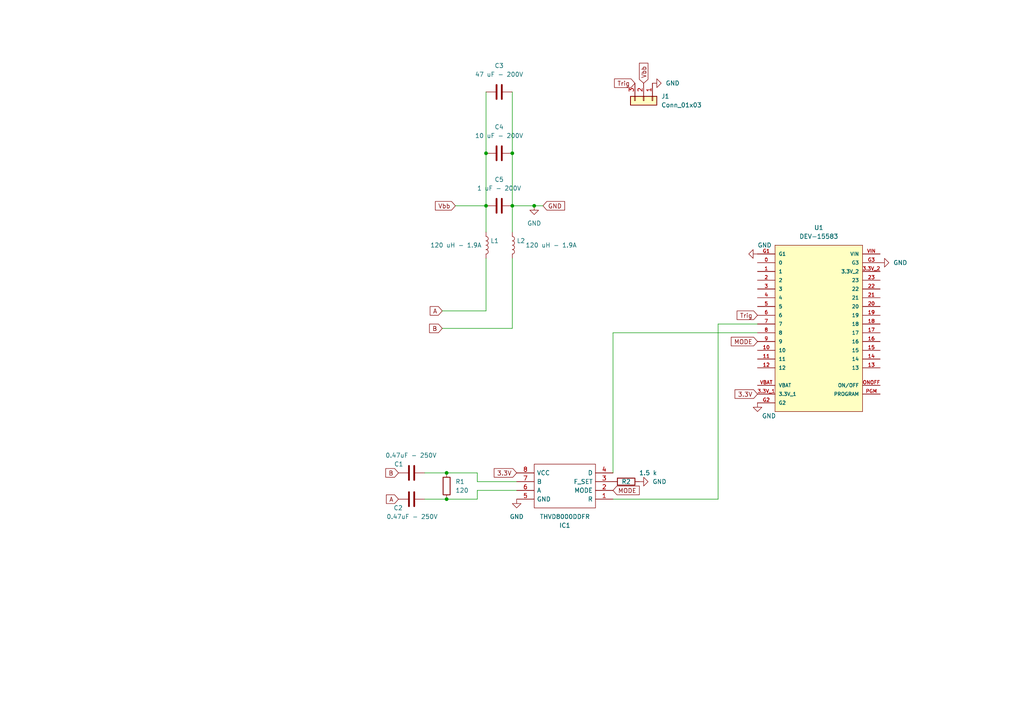
<source format=kicad_sch>
(kicad_sch (version 20211123) (generator eeschema)
  (paper "A4")
  (lib_symbols
    (symbol "Connector_Generic:Conn_01x03" (pin_names (offset 1.016) hide)
      (property "Reference" "J" (at 0 5.08 0))
      (property "Value" "Conn_01x03" (at 0 -5.08 0))
      (symbol "Conn_01x03_1_1"
        (rectangle (start -1.27 -2.413) (end 0 -2.667) (stroke (width 0.1524)))
        (rectangle (start -1.27 0.127) (end 0 -0.127) (stroke (width 0.1524)))
        (rectangle (start -1.27 2.667) (end 0 2.413) (stroke (width 0.1524)))
        (rectangle (start -1.27 3.81) (end 1.27 -3.81) (stroke (width 0.254)) (fill (type background)))
        (pin passive line (at -5.08 2.54 0) (length 3.81) (name "Pin_1") (number "1"))
        (pin passive line (at -5.08 0 0) (length 3.81) (name "Pin_2") (number "2"))
        (pin passive line (at -5.08 -2.54 0) (length 3.81) (name "Pin_3") (number "3"))
      )
    )
    (symbol "Device:C" (pin_numbers hide) (pin_names (offset 0.254))
      (property "Reference" "C" (at 0.635 2.54 0))
      (property "Value" "C" (at 0.635 -2.54 0))
      (symbol "C_0_1"
        (polyline (pts (xy -2.032 -0.762) (xy 2.032 -0.762)) (stroke (width 0.508)))
        (polyline (pts (xy -2.032 0.762) (xy 2.032 0.762)) (stroke (width 0.508)))
      )
      (symbol "C_1_1"
        (pin passive line (at 0 3.81 270) (length 2.794) (name "~") (number "1"))
        (pin passive line (at 0 -3.81 90) (length 2.794) (name "~") (number "2"))
      )
    )
    (symbol "Device:L" (pin_numbers hide) (pin_names (offset 1.016) hide)
      (property "Reference" "L" (at -1.27 0 90))
      (property "Value" "L" (at 1.905 0 90))
      (symbol "L_0_1"
        (arc (start 0 -2.54) (mid 0.635 -1.905) (end 0 -1.27))
        (arc (start 0 -1.27) (mid 0.635 -0.635) (end 0 0))
        (arc (start 0 0) (mid 0.635 0.635) (end 0 1.27))
        (arc (start 0 1.27) (mid 0.635 1.905) (end 0 2.54))
      )
      (symbol "L_1_1"
        (pin passive line (at 0 3.81 270) (length 1.27) (name "1") (number "1"))
        (pin passive line (at 0 -3.81 90) (length 1.27) (name "2") (number "2"))
      )
    )
    (symbol "Device:R" (pin_numbers hide) (pin_names (offset 0))
      (property "Reference" "R" (at 2.032 0 90))
      (property "Value" "R" (at 0 0 90))
      (symbol "R_0_1"
        (rectangle (start -1.016 -2.54) (end 1.016 2.54) (stroke (width 0.254)))
      )
      (symbol "R_1_1"
        (pin passive line (at 0 3.81 270) (length 1.27) (name "~") (number "1"))
        (pin passive line (at 0 -3.81 90) (length 1.27) (name "~") (number "2"))
      )
    )
    (symbol "THVD8000:THVD8000DDFR" (pin_names (offset 0.762))
      (property "Reference" "IC" (at 24.13 7.62 0))
      (property "Value" "THVD8000DDFR" (at 24.13 5.08 0))
      (symbol "THVD8000DDFR_0_0"
        (pin passive line (at 0 0 0) (length 5.08) (name "R") (number "1"))
        (pin passive line (at 0 -2.54 0) (length 5.08) (name "MODE") (number "2"))
        (pin passive line (at 0 -5.08 0) (length 5.08) (name "F_SET") (number "3"))
        (pin passive line (at 0 -7.62 0) (length 5.08) (name "D") (number "4"))
        (pin passive line (at 27.94 0 180) (length 5.08) (name "GND") (number "5"))
        (pin passive line (at 27.94 -2.54 180) (length 5.08) (name "A") (number "6"))
        (pin passive line (at 27.94 -5.08 180) (length 5.08) (name "B") (number "7"))
        (pin passive line (at 27.94 -7.62 180) (length 5.08) (name "VCC") (number "8"))
      )
      (symbol "THVD8000DDFR_0_1"
        (polyline (pts (xy 5.08 2.54) (xy 22.86 2.54) (xy 22.86 -10.16) (xy 5.08 -10.16) (xy 5.08 2.54)) (stroke (width 0.1524)))
      )
    )
    (symbol "power:GND" (power) (pin_names (offset 0))
      (property "Value" "GND" (at 0 -3.81 0))
      (symbol "GND_0_1"
        (polyline (pts (xy 0 0) (xy 0 -1.27) (xy 1.27 -1.27) (xy 0 -2.54) (xy -1.27 -1.27) (xy 0 -1.27)))
      )
      (symbol "GND_1_1"
        (pin power_in line (at 0 0 270) (length 0) hide (name "GND") (number "1"))
      )
    )
    (symbol "teensy4.0:DEV-15583" (pin_names (offset 1.016))
      (property "Reference" "U" (at -12.7 23.622 0))
      (property "Value" "DEV-15583" (at -12.7 -27.94 0))
      (symbol "DEV-15583_0_0"
        (rectangle (start -12.7 -25.4) (end 12.7 22.86) (stroke (width 0.1524)) (fill (type background)))
        (pin bidirectional line (at -17.78 17.78 0) (length 5.08) (name "0") (number "0"))
        (pin bidirectional line (at -17.78 15.24 0) (length 5.08) (name "1") (number "1"))
        (pin bidirectional line (at -17.78 -7.62 0) (length 5.08) (name "10") (number "10"))
        (pin bidirectional line (at -17.78 -10.16 0) (length 5.08) (name "11") (number "11"))
        (pin bidirectional line (at -17.78 -12.7 0) (length 5.08) (name "12") (number "12"))
        (pin bidirectional line (at 17.78 -12.7 180) (length 5.08) (name "13") (number "13"))
        (pin bidirectional line (at 17.78 -10.16 180) (length 5.08) (name "14") (number "14"))
        (pin bidirectional line (at 17.78 -7.62 180) (length 5.08) (name "15") (number "15"))
        (pin bidirectional line (at 17.78 -5.08 180) (length 5.08) (name "16") (number "16"))
        (pin bidirectional line (at 17.78 -2.54 180) (length 5.08) (name "17") (number "17"))
        (pin bidirectional line (at 17.78 0 180) (length 5.08) (name "18") (number "18"))
        (pin bidirectional line (at 17.78 2.54 180) (length 5.08) (name "19") (number "19"))
        (pin bidirectional line (at -17.78 12.7 0) (length 5.08) (name "2") (number "2"))
        (pin bidirectional line (at 17.78 5.08 180) (length 5.08) (name "20") (number "20"))
        (pin bidirectional line (at 17.78 7.62 180) (length 5.08) (name "21") (number "21"))
        (pin bidirectional line (at 17.78 10.16 180) (length 5.08) (name "22") (number "22"))
        (pin bidirectional line (at 17.78 12.7 180) (length 5.08) (name "23") (number "23"))
        (pin bidirectional line (at -17.78 10.16 0) (length 5.08) (name "3") (number "3"))
        (pin power_in line (at -17.78 -20.32 0) (length 5.08) (name "3.3V_1") (number "3.3V_1"))
        (pin power_in line (at 17.78 15.24 180) (length 5.08) (name "3.3V_2") (number "3.3V_2"))
        (pin bidirectional line (at -17.78 7.62 0) (length 5.08) (name "4") (number "4"))
        (pin bidirectional line (at -17.78 5.08 0) (length 5.08) (name "5") (number "5"))
        (pin bidirectional line (at -17.78 2.54 0) (length 5.08) (name "6") (number "6"))
        (pin bidirectional line (at -17.78 0 0) (length 5.08) (name "7") (number "7"))
        (pin bidirectional line (at -17.78 -2.54 0) (length 5.08) (name "8") (number "8"))
        (pin bidirectional line (at -17.78 -5.08 0) (length 5.08) (name "9") (number "9"))
        (pin power_in line (at -17.78 20.32 0) (length 5.08) (name "G1") (number "G1"))
        (pin power_in line (at -17.78 -22.86 0) (length 5.08) (name "G2") (number "G2"))
        (pin power_in line (at 17.78 17.78 180) (length 5.08) (name "G3") (number "G3"))
        (pin bidirectional line (at 17.78 -17.78 180) (length 5.08) (name "ON/OFF") (number "ONOFF"))
        (pin bidirectional line (at 17.78 -20.32 180) (length 5.08) (name "PROGRAM") (number "PGM"))
        (pin power_in line (at -17.78 -17.78 0) (length 5.08) (name "VBAT") (number "VBAT"))
        (pin power_in line (at 17.78 20.32 180) (length 5.08) (name "VIN") (number "VIN"))
      )
    )
  )
  (junction (at 148.59 44.45))
  (junction (at 129.54 137.16))
  (junction (at 140.97 44.45))
  (junction (at 129.54 144.78))
  (junction (at 140.97 59.69))
  (junction (at 154.94 59.69))
  (junction (at 148.59 59.69))
  (wire (pts (xy 140.97 44.45) (xy 140.97 59.69)))
  (wire (pts (xy 177.8 144.78) (xy 208.28 144.78)))
  (wire (pts (xy 208.28 93.98) (xy 219.71 93.98)))
  (wire (pts (xy 123.19 137.16) (xy 129.54 137.16)))
  (wire (pts (xy 177.8 96.52) (xy 219.71 96.52)))
  (wire (pts (xy 138.43 144.78) (xy 129.54 144.78)))
  (wire (pts (xy 148.59 44.45) (xy 148.59 59.69)))
  (wire (pts (xy 148.59 26.67) (xy 148.59 44.45)))
  (wire (pts (xy 138.43 142.24) (xy 138.43 144.78)))
  (wire (pts (xy 154.94 59.69) (xy 157.48 59.69)))
  (wire (pts (xy 128.27 90.17) (xy 140.97 90.17)))
  (wire (pts (xy 148.59 59.69) (xy 154.94 59.69)))
  (wire (pts (xy 128.27 95.25) (xy 148.59 95.25)))
  (wire (pts (xy 138.43 137.16) (xy 129.54 137.16)))
  (wire (pts (xy 208.28 144.78) (xy 208.28 93.98)))
  (wire (pts (xy 138.43 139.7) (xy 138.43 137.16)))
  (wire (pts (xy 149.86 142.24) (xy 138.43 142.24)))
  (wire (pts (xy 177.8 137.16) (xy 177.8 96.52)))
  (wire (pts (xy 140.97 90.17) (xy 140.97 74.93)))
  (wire (pts (xy 149.86 139.7) (xy 138.43 139.7)))
  (wire (pts (xy 132.08 59.69) (xy 140.97 59.69)))
  (wire (pts (xy 123.19 144.78) (xy 129.54 144.78)))
  (wire (pts (xy 140.97 59.69) (xy 140.97 67.31)))
  (wire (pts (xy 148.59 74.93) (xy 148.59 95.25)))
  (wire (pts (xy 148.59 59.69) (xy 148.59 67.31)))
  (wire (pts (xy 140.97 26.67) (xy 140.97 44.45)))
  (global_label "B" (shape input) (at 115.57 137.16 180) (property "Intersheet References" "${INTERSHEET_REFS}" (effects hide)))
  (global_label "3.3V" (shape input) (at 149.86 137.16 180) (property "Intersheet References" "${INTERSHEET_REFS}" (effects hide)))
  (global_label "MODE" (shape input) (at 219.71 99.06 180) (property "Intersheet References" "${INTERSHEET_REFS}" (effects hide)))
  (global_label "MODE" (shape input) (at 177.8 142.24 0) (property "Intersheet References" "${INTERSHEET_REFS}" (effects hide)))
  (global_label "GND" (shape input) (at 157.48 59.69 0) (property "Intersheet References" "${INTERSHEET_REFS}" (effects hide)))
  (global_label "A" (shape input) (at 128.27 90.17 180) (property "Intersheet References" "${INTERSHEET_REFS}" (effects hide)))
  (global_label "Vbb" (shape input) (at 186.69 24.13 90) (property "Intersheet References" "${INTERSHEET_REFS}" (effects hide)))
  (global_label "Vbb" (shape input) (at 132.08 59.69 180) (property "Intersheet References" "${INTERSHEET_REFS}" (effects hide)))
  (global_label "Trig" (shape input) (at 219.71 91.44 180) (property "Intersheet References" "${INTERSHEET_REFS}" (effects hide)))
  (global_label "A" (shape input) (at 115.57 144.78 180) (property "Intersheet References" "${INTERSHEET_REFS}" (effects hide)))
  (global_label "Trig" (shape input) (at 184.15 24.13 180) (property "Intersheet References" "${INTERSHEET_REFS}" (effects hide)))
  (global_label "B" (shape input) (at 128.27 95.25 180) (property "Intersheet References" "${INTERSHEET_REFS}" (effects hide)))
  (global_label "3.3V" (shape input) (at 219.71 114.3 180) (property "Intersheet References" "${INTERSHEET_REFS}" (effects hide)))
  (symbol (lib_id "Device:R") (at 129.54 140.97 0) (unit 1)
    (property "Reference" "R1" (at 132.08 139.6999 0) (effects (justify left)))
    (property "Value" "120" (at 132.08 142.2399 0) (effects (justify left)))
    (property "Footprint" "Resistor_SMD:R_0603_1608Metric" (effects hide))
    (property "Datasheet" "https://www.digikey.ca/en/products/detail/panasonic-electronic-components/ERA-3AEB121V/1465832" (effects hide))
  )
  (symbol (lib_id "power:GND") (at 219.71 116.84 0) (unit 1)
    (property "Reference" "#PWR05" (effects hide))
    (property "Value" "GND" (at 220.98 120.65 0) (effects (justify left)))
  )
  (symbol (lib_id "Device:C") (at 144.78 59.69 90) (unit 1)
    (property "Reference" "C5" (at 144.78 52.07 90))
    (property "Value" "1 uF - 200V" (at 144.78 54.61 90))
    (property "Footprint" "Capacitor_SMD:C_1812_4532Metric" (effects hide))
    (property "Comment" "https://www.digikey.ca/en/products/detail/kyocera-avx/18122C105JAT2A/11245017" (effects hide))
  )
  (symbol (lib_id "THVD8000:THVD8000DDFR") (at 177.8 144.78 180) (unit 1)
    (property "Reference" "IC1" (at 163.83 152.4 0))
    (property "Value" "THVD8000DDFR" (at 163.83 149.86 0))
    (property "Footprint" "SOT65P280X110-8N" (effects hide))
    (property "Datasheet" "https://www.ti.com/lit/ds/symlink/thvd8000.pdf" (effects hide))
    (property "Description" "RS-485 transceiver with OOK modulation for power line communication" (effects hide))
    (property "Height" "1.1" (effects hide))
    (property "Mouser Part Number" "595-THVD8000DDFR" (effects hide))
    (property "Mouser Price/Stock" "https://www.mouser.co.uk/ProductDetail/Texas-Instruments/THVD8000DDFR?qs=DRkmTr78QAS6ogKX3CrxnA%3D%3D" (effects hide))
    (property "Manufacturer_Name" "Texas Instruments" (effects hide))
    (property "Manufacturer_Part_Number" "THVD8000DDFR" (effects hide))
  )
  (symbol (lib_id "teensy4.0:DEV-15583") (at 237.49 93.98 0) (unit 1)
    (property "Reference" "U1" (at 237.49 66.04 0))
    (property "Value" "DEV-15583" (at 237.49 68.58 0))
    (property "Footprint" "teensy4.0:teensy4.0" (effects hide))
    (property "STANDARD" "Manufacturer Recommendations" (effects hide))
    (property "MANUFACTURER" "Sparkfun" (effects hide))
    (property "MAXIMUM_PACKAGE_HEIGHT" "5.87mm" (effects hide))
  )
  (symbol (lib_id "power:GND") (at 149.86 144.78 0) (unit 1)
    (property "Reference" "#PWR01" (effects hide))
    (property "Value" "GND" (at 149.86 149.86 0))
  )
  (symbol (lib_id "power:GND") (at 189.23 24.13 90) (unit 1)
    (property "Reference" "#PWR03" (effects hide))
    (property "Value" "GND" (at 193.04 24.1299 90) (effects (justify right)))
  )
  (symbol (lib_id "power:GND") (at 219.71 73.66 270) (unit 1)
    (property "Reference" "#PWR04" (effects hide))
    (property "Value" "GND" (at 219.71 71.12 90) (effects (justify left)))
  )
  (symbol (lib_id "Device:L") (at 148.59 71.12 0) (unit 1)
    (property "Reference" "L2" (at 149.86 69.8499 0) (effects (justify left)))
    (property "Value" "120 uH - 1.9A" (at 152.4 71.12 0) (effects (justify left)))
    (property "Footprint" "MSS1278-124KLD:INDPM120120X805N" (effects hide))
    (property "Datasheet" "https://www.mouser.ca/ProductDetail/Coilcraft/MSS1278-124KLD?qs=zCSbvcPd3pamrG5NctO%252BzQ%3D%3D" (effects hide))
  )
  (symbol (lib_id "Connector_Generic:Conn_01x03") (at 186.69 29.21 270) (unit 1)
    (property "Reference" "J1" (at 191.77 27.9399 90) (effects (justify left)))
    (property "Value" "Conn_01x03" (at 191.77 30.4799 90) (effects (justify left)))
    (property "Footprint" "Connector:Banana_Jack_3Pin" (effects hide))
  )
  (symbol (lib_id "Device:L") (at 140.97 71.12 0) (unit 1)
    (property "Reference" "L1" (at 142.24 69.8499 0) (effects (justify left)))
    (property "Value" "120 uH - 1.9A" (at 139.7 71.12 0) (effects (justify right)))
    (property "Footprint" "MSS1278-124KLD:INDPM120120X805N" (effects hide))
    (property "Datasheet" "https://www.mouser.ca/ProductDetail/Coilcraft/MSS1278-124KLD?qs=zCSbvcPd3pamrG5NctO%252BzQ%3D%3D" (effects hide))
  )
  (symbol (lib_id "power:GND") (at 154.94 59.69 0) (unit 1)
    (property "Reference" "#PWR02" (effects hide))
    (property "Value" "GND" (at 154.94 64.77 0))
  )
  (symbol (lib_id "Device:C") (at 119.38 144.78 90) (unit 1)
    (property "Reference" "C2" (at 116.84 147.32 90) (effects (justify left)))
    (property "Value" "0.47uF - 250V" (at 127 149.86 90) (effects (justify left)))
    (property "Footprint" "Capacitor_SMD:C_1210_3225Metric" (effects hide))
    (property "Datasheet" "https://www.mouser.ca/ProductDetail/KEMET/C1210X474KARACAUTO?qs=wUXugUrL1qxAKoVWxFvYdA%3D%3D" (effects hide))
  )
  (symbol (lib_id "Device:C") (at 144.78 26.67 90) (unit 1)
    (property "Reference" "C3" (at 144.78 19.05 90))
    (property "Value" "47 uF - 200V" (at 144.78 21.59 90))
    (property "Footprint" "Capacitor_THT:CP_Radial_D10.0mm_P5.00mm" (effects hide))
    (property "Comment" "https://www.digikey.ca/en/products/detail/rubycon/200PX47MEFC10X20/3134145" (effects hide))
  )
  (symbol (lib_id "Device:R") (at 181.61 139.7 90) (unit 1)
    (property "Reference" "R2" (at 181.61 139.7 90))
    (property "Value" "1.5 k" (at 187.96 137.16 90))
    (property "Footprint" "Resistor_SMD:R_0603_1608Metric" (effects hide))
    (property "Datasheet" "https://www.digikey.at/en/products/detail/yageo/RT0603BRD071K5L/5139018" (effects hide))
  )
  (symbol (lib_id "Device:C") (at 144.78 44.45 90) (unit 1)
    (property "Reference" "C4" (at 144.78 36.83 90))
    (property "Value" "10 uF - 200V" (at 144.78 39.37 90))
    (property "Footprint" "Capacitor_THT:CP_Radial_D8.0mm_P3.50mm" (effects hide))
    (property "Comment" "https://www.digikey.ca/en/products/detail/kemet/ESL106M200AG9AA/7427054" (effects hide))
  )
  (symbol (lib_id "Device:C") (at 119.38 137.16 270) (unit 1)
    (property "Reference" "C1" (at 114.3 134.62 90) (effects (justify left)))
    (property "Value" "0.47uF - 250V" (at 111.76 132.08 90) (effects (justify left)))
    (property "Footprint" "Capacitor_SMD:C_1210_3225Metric" (effects hide))
    (property "Datasheet" "https://www.mouser.ca/ProductDetail/KEMET/C1210X474KARACAUTO?qs=wUXugUrL1qxAKoVWxFvYdA%3D%3D" (effects hide))
  )
  (symbol (lib_id "power:GND") (at 255.27 76.2 90) (unit 1)
    (property "Reference" "#PWR06" (effects hide))
    (property "Value" "GND" (at 259.08 76.1999 90) (effects (justify right)))
  )
  (symbol (lib_id "power:GND") (at 185.42 139.7 90) (unit 1)
    (property "Reference" "#PWR07" (effects hide))
    (property "Value" "GND" (at 189.23 139.6999 90) (effects (justify right)))
  )
)
</source>
